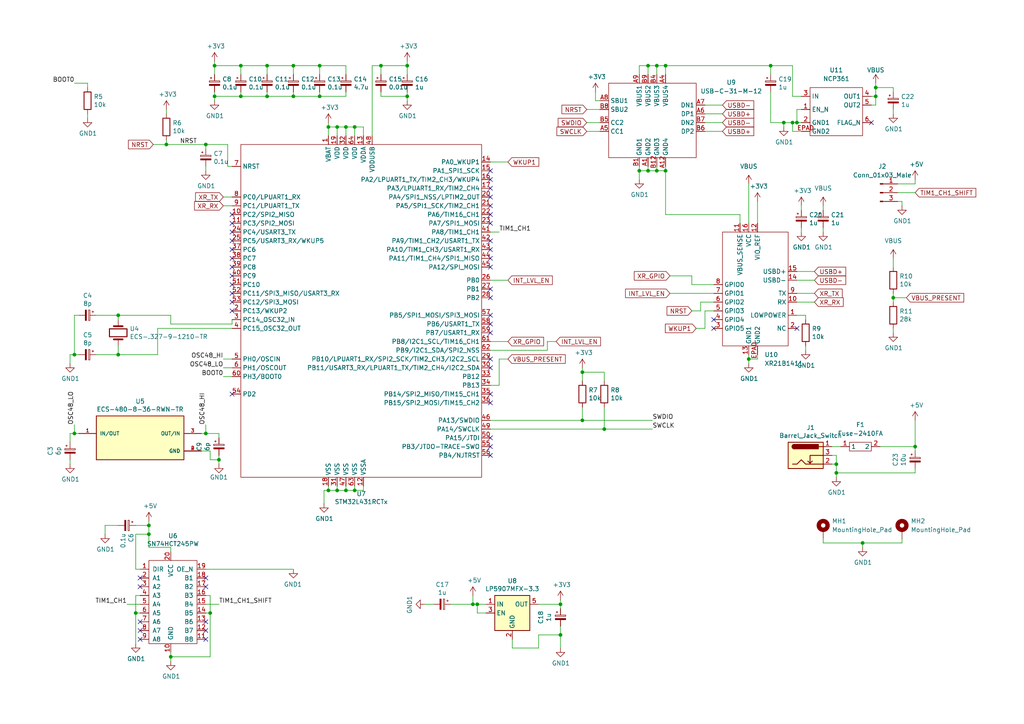
<source format=kicad_sch>
(kicad_sch (version 20230121) (generator eeschema)
  (paper "A4")
  (junction (at 63.5 133.35))
  (junction (at 21.59 102.87))
  (junction (at 48.26 41.91))
  (junction (at 175.26 124.46))
  (junction (at 254 25.4))
  (junction (at 62.23 19.05))
  (junction (at 62.23 27.94))
  (junction (at 138.43 175.26))
  (junction (at 92.71 27.94))
  (junction (at 43.18 152.4))
  (junction (at 168.91 107.95))
  (junction (at 34.29 91.44))
  (junction (at 102.87 36.83))
  (junction (at 217.17 104.14))
  (junction (at 95.25 36.83))
  (junction (at 265.43 129.54))
  (junction (at 77.47 27.94))
  (junction (at 137.16 175.26))
  (junction (at 187.96 19.05))
  (junction (at 110.49 19.05))
  (junction (at 227.33 35.56))
  (junction (at 223.52 19.05))
  (junction (at 21.59 125.73))
  (junction (at 77.47 19.05))
  (junction (at 92.71 19.05))
  (junction (at 250.19 157.48))
  (junction (at 162.56 184.15))
  (junction (at 95.25 142.24))
  (junction (at 39.37 177.8))
  (junction (at 97.79 142.24))
  (junction (at 59.69 41.91))
  (junction (at 254 27.94))
  (junction (at 97.79 36.83))
  (junction (at 190.5 49.53))
  (junction (at 242.57 134.62))
  (junction (at 85.09 27.94))
  (junction (at 100.33 142.24))
  (junction (at 102.87 142.24))
  (junction (at 242.57 137.16))
  (junction (at 59.69 125.73))
  (junction (at 69.85 19.05))
  (junction (at 185.42 49.53))
  (junction (at 69.85 27.94))
  (junction (at 118.11 19.05))
  (junction (at 43.18 154.94))
  (junction (at 118.11 27.94))
  (junction (at 193.04 19.05))
  (junction (at 168.91 121.92))
  (junction (at 49.53 190.5))
  (junction (at 259.08 86.36))
  (junction (at 231.14 35.56))
  (junction (at 100.33 36.83))
  (junction (at 60.96 177.8))
  (junction (at 190.5 19.05))
  (junction (at 193.04 49.53))
  (junction (at 162.56 175.26))
  (junction (at 34.29 102.87))
  (junction (at 187.96 49.53))
  (junction (at 229.87 35.56))
  (junction (at 85.09 19.05))
  (no_connect (at 142.24 54.61))
  (no_connect (at 59.69 167.64))
  (no_connect (at 59.69 182.88))
  (no_connect (at 142.24 132.08))
  (no_connect (at 59.69 170.18))
  (no_connect (at 142.24 96.52))
  (no_connect (at 67.31 77.47))
  (no_connect (at 142.24 116.84))
  (no_connect (at 67.31 90.17))
  (no_connect (at 67.31 85.09))
  (no_connect (at 67.31 67.31))
  (no_connect (at 142.24 59.69))
  (no_connect (at 40.64 170.18))
  (no_connect (at 142.24 86.36))
  (no_connect (at 142.24 77.47))
  (no_connect (at 67.31 74.93))
  (no_connect (at 40.64 167.64))
  (no_connect (at 142.24 57.15))
  (no_connect (at 142.24 83.82))
  (no_connect (at 59.69 185.42))
  (no_connect (at 59.69 180.34))
  (no_connect (at 142.24 106.68))
  (no_connect (at 40.64 185.42))
  (no_connect (at 142.24 104.14))
  (no_connect (at 142.24 49.53))
  (no_connect (at 40.64 182.88))
  (no_connect (at 207.01 92.71))
  (no_connect (at 67.31 72.39))
  (no_connect (at 142.24 62.23))
  (no_connect (at 142.24 64.77))
  (no_connect (at 142.24 129.54))
  (no_connect (at 207.01 95.25))
  (no_connect (at 142.24 93.98))
  (no_connect (at 231.14 95.25))
  (no_connect (at 142.24 91.44))
  (no_connect (at 142.24 74.93))
  (no_connect (at 67.31 114.3))
  (no_connect (at 142.24 72.39))
  (no_connect (at 67.31 82.55))
  (no_connect (at 252.73 35.56))
  (no_connect (at 142.24 52.07))
  (no_connect (at 142.24 127))
  (no_connect (at 67.31 87.63))
  (no_connect (at 142.24 69.85))
  (no_connect (at 67.31 64.77))
  (no_connect (at 67.31 80.01))
  (no_connect (at 40.64 180.34))
  (no_connect (at 142.24 114.3))
  (no_connect (at 67.31 62.23))
  (no_connect (at 67.31 69.85))
  (wire (pts (xy 162.56 175.26) (xy 156.21 175.26)))
  (wire (pts (xy 158.75 99.06) (xy 161.29 99.06)))
  (wire (pts (xy 49.53 191.77) (xy 49.53 190.5)))
  (wire (pts (xy 21.59 102.87) (xy 21.59 91.44)))
  (wire (pts (xy 64.77 109.22) (xy 67.31 109.22)))
  (wire (pts (xy 231.14 31.75) (xy 231.14 35.56)))
  (wire (pts (xy 97.79 140.97) (xy 97.79 142.24)))
  (wire (pts (xy 92.71 19.05) (xy 92.71 21.59)))
  (wire (pts (xy 100.33 21.59) (xy 100.33 19.05)))
  (wire (pts (xy 214.63 64.77) (xy 214.63 62.23)))
  (wire (pts (xy 168.91 110.49) (xy 168.91 107.95)))
  (wire (pts (xy 105.41 39.37) (xy 105.41 36.83)))
  (wire (pts (xy 259.08 86.36) (xy 262.89 86.36)))
  (wire (pts (xy 260.35 55.88) (xy 265.43 55.88)))
  (wire (pts (xy 138.43 177.8) (xy 138.43 175.26)))
  (wire (pts (xy 43.18 154.94) (xy 43.18 152.4)))
  (wire (pts (xy 223.52 19.05) (xy 229.87 19.05)))
  (wire (pts (xy 170.18 31.75) (xy 173.99 31.75)))
  (wire (pts (xy 43.18 152.4) (xy 39.37 152.4)))
  (wire (pts (xy 193.04 19.05) (xy 223.52 19.05)))
  (wire (pts (xy 265.43 121.92) (xy 265.43 129.54)))
  (wire (pts (xy 39.37 177.8) (xy 40.64 177.8)))
  (wire (pts (xy 187.96 21.59) (xy 187.96 19.05)))
  (wire (pts (xy 242.57 134.62) (xy 242.57 137.16)))
  (wire (pts (xy 217.17 102.87) (xy 217.17 104.14)))
  (wire (pts (xy 105.41 142.24) (xy 105.41 140.97)))
  (wire (pts (xy 110.49 19.05) (xy 118.11 19.05)))
  (wire (pts (xy 62.23 21.59) (xy 62.23 19.05)))
  (wire (pts (xy 172.72 26.67) (xy 172.72 29.21)))
  (wire (pts (xy 193.04 48.26) (xy 193.04 49.53)))
  (wire (pts (xy 48.26 40.64) (xy 48.26 41.91)))
  (wire (pts (xy 190.5 48.26) (xy 190.5 49.53)))
  (wire (pts (xy 34.29 100.33) (xy 34.29 102.87)))
  (wire (pts (xy 44.45 41.91) (xy 48.26 41.91)))
  (wire (pts (xy 43.18 154.94) (xy 39.37 154.94)))
  (wire (pts (xy 110.49 19.05) (xy 110.49 21.59)))
  (wire (pts (xy 232.41 31.75) (xy 231.14 31.75)))
  (wire (pts (xy 118.11 26.67) (xy 118.11 27.94)))
  (wire (pts (xy 67.31 48.26) (xy 66.04 48.26)))
  (wire (pts (xy 194.31 80.01) (xy 200.66 80.01)))
  (wire (pts (xy 233.68 91.44) (xy 231.14 91.44)))
  (wire (pts (xy 250.19 157.48) (xy 250.19 158.75)))
  (wire (pts (xy 252.73 27.94) (xy 254 27.94)))
  (wire (pts (xy 200.66 80.01) (xy 200.66 82.55)))
  (wire (pts (xy 69.85 27.94) (xy 77.47 27.94)))
  (wire (pts (xy 118.11 21.59) (xy 118.11 19.05)))
  (wire (pts (xy 238.76 157.48) (xy 250.19 157.48)))
  (wire (pts (xy 156.21 184.15) (xy 162.56 184.15)))
  (wire (pts (xy 187.96 48.26) (xy 187.96 49.53)))
  (wire (pts (xy 168.91 121.92) (xy 168.91 118.11)))
  (wire (pts (xy 142.24 81.28) (xy 147.32 81.28)))
  (wire (pts (xy 97.79 39.37) (xy 97.79 36.83)))
  (wire (pts (xy 93.98 146.05) (xy 93.98 142.24)))
  (wire (pts (xy 95.25 39.37) (xy 95.25 36.83)))
  (wire (pts (xy 204.47 95.25) (xy 204.47 90.17)))
  (wire (pts (xy 175.26 124.46) (xy 189.23 124.46)))
  (wire (pts (xy 232.41 66.04) (xy 232.41 67.31)))
  (wire (pts (xy 219.71 58.42) (xy 219.71 64.77)))
  (wire (pts (xy 67.31 95.25) (xy 45.72 95.25)))
  (wire (pts (xy 45.72 95.25) (xy 45.72 102.87)))
  (wire (pts (xy 48.26 33.02) (xy 48.26 31.75)))
  (wire (pts (xy 107.95 19.05) (xy 107.95 39.37)))
  (wire (pts (xy 232.41 35.56) (xy 231.14 35.56)))
  (wire (pts (xy 118.11 19.05) (xy 118.11 17.78)))
  (wire (pts (xy 63.5 134.62) (xy 63.5 133.35)))
  (wire (pts (xy 137.16 172.72) (xy 137.16 175.26)))
  (wire (pts (xy 142.24 46.99) (xy 147.32 46.99)))
  (wire (pts (xy 259.08 31.75) (xy 259.08 33.02)))
  (wire (pts (xy 144.78 104.14) (xy 147.32 104.14)))
  (wire (pts (xy 97.79 142.24) (xy 100.33 142.24)))
  (wire (pts (xy 204.47 33.02) (xy 209.55 33.02)))
  (wire (pts (xy 144.78 111.76) (xy 144.78 104.14)))
  (wire (pts (xy 203.2 87.63) (xy 207.01 87.63)))
  (wire (pts (xy 147.32 99.06) (xy 142.24 99.06)))
  (wire (pts (xy 118.11 29.21) (xy 118.11 27.94)))
  (wire (pts (xy 201.93 95.25) (xy 204.47 95.25)))
  (wire (pts (xy 229.87 27.94) (xy 232.41 27.94)))
  (wire (pts (xy 162.56 184.15) (xy 162.56 181.61)))
  (wire (pts (xy 231.14 78.74) (xy 236.22 78.74)))
  (wire (pts (xy 231.14 81.28) (xy 236.22 81.28)))
  (wire (pts (xy 97.79 36.83) (xy 95.25 36.83)))
  (wire (pts (xy 45.72 102.87) (xy 34.29 102.87)))
  (wire (pts (xy 231.14 85.09) (xy 236.22 85.09)))
  (wire (pts (xy 77.47 27.94) (xy 77.47 26.67)))
  (wire (pts (xy 49.53 91.44) (xy 49.53 93.98)))
  (wire (pts (xy 185.42 49.53) (xy 185.42 52.07)))
  (wire (pts (xy 238.76 59.69) (xy 238.76 60.96)))
  (wire (pts (xy 25.4 25.4) (xy 25.4 24.13)))
  (wire (pts (xy 223.52 19.05) (xy 223.52 21.59)))
  (wire (pts (xy 20.32 125.73) (xy 20.32 128.27)))
  (wire (pts (xy 175.26 107.95) (xy 168.91 107.95)))
  (wire (pts (xy 102.87 140.97) (xy 102.87 142.24)))
  (wire (pts (xy 229.87 38.1) (xy 229.87 35.56)))
  (wire (pts (xy 85.09 27.94) (xy 85.09 26.67)))
  (wire (pts (xy 190.5 49.53) (xy 193.04 49.53)))
  (wire (pts (xy 59.69 165.1) (xy 85.09 165.1)))
  (wire (pts (xy 214.63 62.23) (xy 193.04 62.23)))
  (wire (pts (xy 259.08 95.25) (xy 259.08 96.52)))
  (wire (pts (xy 242.57 132.08) (xy 241.3 132.08)))
  (wire (pts (xy 62.23 27.94) (xy 62.23 29.21)))
  (wire (pts (xy 21.59 24.13) (xy 25.4 24.13)))
  (wire (pts (xy 27.94 102.87) (xy 34.29 102.87)))
  (wire (pts (xy 265.43 52.07) (xy 265.43 53.34)))
  (wire (pts (xy 260.35 58.42) (xy 261.62 58.42)))
  (wire (pts (xy 242.57 137.16) (xy 242.57 138.43)))
  (wire (pts (xy 142.24 101.6) (xy 158.75 101.6)))
  (wire (pts (xy 39.37 172.72) (xy 39.37 177.8)))
  (wire (pts (xy 77.47 21.59) (xy 77.47 19.05)))
  (wire (pts (xy 217.17 104.14) (xy 217.17 105.41)))
  (wire (pts (xy 20.32 105.41) (xy 20.32 102.87)))
  (wire (pts (xy 100.33 19.05) (xy 92.71 19.05)))
  (wire (pts (xy 204.47 35.56) (xy 209.55 35.56)))
  (wire (pts (xy 158.75 101.6) (xy 158.75 99.06)))
  (wire (pts (xy 231.14 35.56) (xy 229.87 35.56)))
  (wire (pts (xy 49.53 190.5) (xy 49.53 189.23)))
  (wire (pts (xy 92.71 26.67) (xy 92.71 27.94)))
  (wire (pts (xy 64.77 104.14) (xy 67.31 104.14)))
  (wire (pts (xy 63.5 127) (xy 63.5 125.73)))
  (wire (pts (xy 241.3 129.54) (xy 243.84 129.54)))
  (wire (pts (xy 66.04 41.91) (xy 59.69 41.91)))
  (wire (pts (xy 105.41 36.83) (xy 102.87 36.83)))
  (wire (pts (xy 59.69 123.19) (xy 59.69 125.73)))
  (wire (pts (xy 59.69 43.18) (xy 59.69 41.91)))
  (wire (pts (xy 200.66 90.17) (xy 203.2 90.17)))
  (wire (pts (xy 242.57 134.62) (xy 242.57 132.08)))
  (wire (pts (xy 39.37 165.1) (xy 40.64 165.1)))
  (wire (pts (xy 39.37 154.94) (xy 39.37 165.1)))
  (wire (pts (xy 187.96 49.53) (xy 190.5 49.53)))
  (wire (pts (xy 229.87 19.05) (xy 229.87 27.94)))
  (wire (pts (xy 193.04 19.05) (xy 190.5 19.05)))
  (wire (pts (xy 194.31 85.09) (xy 207.01 85.09)))
  (wire (pts (xy 254 24.13) (xy 254 25.4)))
  (wire (pts (xy 233.68 92.71) (xy 233.68 91.44)))
  (wire (pts (xy 59.69 125.73) (xy 58.42 125.73)))
  (wire (pts (xy 100.33 142.24) (xy 102.87 142.24)))
  (wire (pts (xy 227.33 35.56) (xy 227.33 36.83)))
  (wire (pts (xy 187.96 19.05) (xy 185.42 19.05)))
  (wire (pts (xy 64.77 57.15) (xy 67.31 57.15)))
  (wire (pts (xy 60.96 190.5) (xy 60.96 177.8)))
  (wire (pts (xy 95.25 142.24) (xy 95.25 140.97)))
  (wire (pts (xy 123.19 175.26) (xy 125.73 175.26)))
  (wire (pts (xy 185.42 19.05) (xy 185.42 21.59)))
  (wire (pts (xy 102.87 142.24) (xy 105.41 142.24)))
  (wire (pts (xy 60.96 177.8) (xy 60.96 172.72)))
  (wire (pts (xy 34.29 91.44) (xy 49.53 91.44)))
  (wire (pts (xy 100.33 142.24) (xy 100.33 140.97)))
  (wire (pts (xy 204.47 38.1) (xy 209.55 38.1)))
  (wire (pts (xy 102.87 39.37) (xy 102.87 36.83)))
  (wire (pts (xy 254 25.4) (xy 259.08 25.4)))
  (wire (pts (xy 60.96 172.72) (xy 59.69 172.72)))
  (wire (pts (xy 100.33 39.37) (xy 100.33 36.83)))
  (wire (pts (xy 156.21 187.96) (xy 156.21 184.15)))
  (wire (pts (xy 60.96 133.35) (xy 63.5 133.35)))
  (wire (pts (xy 85.09 19.05) (xy 92.71 19.05)))
  (wire (pts (xy 259.08 85.09) (xy 259.08 86.36)))
  (wire (pts (xy 102.87 36.83) (xy 100.33 36.83)))
  (wire (pts (xy 238.76 66.04) (xy 238.76 67.31)))
  (wire (pts (xy 217.17 53.34) (xy 217.17 64.77)))
  (wire (pts (xy 20.32 102.87) (xy 21.59 102.87)))
  (wire (pts (xy 27.94 91.44) (xy 34.29 91.44)))
  (wire (pts (xy 21.59 125.73) (xy 20.32 125.73)))
  (wire (pts (xy 48.26 41.91) (xy 59.69 41.91)))
  (wire (pts (xy 162.56 184.15) (xy 162.56 187.96)))
  (wire (pts (xy 25.4 34.29) (xy 25.4 33.02)))
  (wire (pts (xy 185.42 48.26) (xy 185.42 49.53)))
  (wire (pts (xy 193.04 21.59) (xy 193.04 19.05)))
  (wire (pts (xy 193.04 62.23) (xy 193.04 49.53)))
  (wire (pts (xy 110.49 26.67) (xy 110.49 27.94)))
  (wire (pts (xy 21.59 123.19) (xy 21.59 125.73)))
  (wire (pts (xy 140.97 177.8) (xy 138.43 177.8)))
  (wire (pts (xy 261.62 58.42) (xy 261.62 59.69)))
  (wire (pts (xy 62.23 19.05) (xy 69.85 19.05)))
  (wire (pts (xy 217.17 104.14) (xy 219.71 104.14)))
  (wire (pts (xy 20.32 134.62) (xy 20.32 133.35)))
  (wire (pts (xy 204.47 90.17) (xy 207.01 90.17)))
  (wire (pts (xy 259.08 86.36) (xy 259.08 87.63)))
  (wire (pts (xy 95.25 36.83) (xy 95.25 35.56)))
  (wire (pts (xy 259.08 26.67) (xy 259.08 25.4)))
  (wire (pts (xy 190.5 21.59) (xy 190.5 19.05)))
  (wire (pts (xy 203.2 90.17) (xy 203.2 87.63)))
  (wire (pts (xy 162.56 175.26) (xy 162.56 173.99)))
  (wire (pts (xy 254 27.94) (xy 254 30.48)))
  (wire (pts (xy 168.91 106.68) (xy 168.91 107.95)))
  (wire (pts (xy 39.37 172.72) (xy 40.64 172.72)))
  (wire (pts (xy 36.83 175.26) (xy 40.64 175.26)))
  (wire (pts (xy 21.59 102.87) (xy 22.86 102.87)))
  (wire (pts (xy 190.5 19.05) (xy 187.96 19.05)))
  (wire (pts (xy 238.76 157.48) (xy 238.76 156.21)))
  (wire (pts (xy 43.18 151.13) (xy 43.18 152.4)))
  (wire (pts (xy 30.48 154.94) (xy 30.48 152.4)))
  (wire (pts (xy 66.04 48.26) (xy 66.04 41.91)))
  (wire (pts (xy 22.86 125.73) (xy 21.59 125.73)))
  (wire (pts (xy 219.71 104.14) (xy 219.71 102.87)))
  (wire (pts (xy 62.23 27.94) (xy 69.85 27.94)))
  (wire (pts (xy 255.27 129.54) (xy 265.43 129.54)))
  (wire (pts (xy 60.96 130.81) (xy 60.96 133.35)))
  (wire (pts (xy 34.29 92.71) (xy 34.29 91.44)))
  (wire (pts (xy 69.85 19.05) (xy 77.47 19.05)))
  (wire (pts (xy 242.57 137.16) (xy 265.43 137.16)))
  (wire (pts (xy 34.29 152.4) (xy 30.48 152.4)))
  (wire (pts (xy 21.59 91.44) (xy 22.86 91.44)))
  (wire (pts (xy 85.09 21.59) (xy 85.09 19.05)))
  (wire (pts (xy 265.43 129.54) (xy 265.43 130.81)))
  (wire (pts (xy 137.16 175.26) (xy 130.81 175.26)))
  (wire (pts (xy 64.77 59.69) (xy 67.31 59.69)))
  (wire (pts (xy 59.69 175.26) (xy 63.5 175.26)))
  (wire (pts (xy 93.98 142.24) (xy 95.25 142.24)))
  (wire (pts (xy 69.85 21.59) (xy 69.85 19.05)))
  (wire (pts (xy 142.24 121.92) (xy 168.91 121.92)))
  (wire (pts (xy 77.47 19.05) (xy 85.09 19.05)))
  (wire (pts (xy 173.99 29.21) (xy 172.72 29.21)))
  (wire (pts (xy 63.5 125.73) (xy 59.69 125.73)))
  (wire (pts (xy 142.24 124.46) (xy 175.26 124.46)))
  (wire (pts (xy 148.59 185.42) (xy 148.59 187.96)))
  (wire (pts (xy 100.33 36.83) (xy 97.79 36.83)))
  (wire (pts (xy 59.69 49.53) (xy 59.69 48.26)))
  (wire (pts (xy 185.42 49.53) (xy 187.96 49.53)))
  (wire (pts (xy 259.08 74.93) (xy 259.08 77.47)))
  (wire (pts (xy 62.23 26.67) (xy 62.23 27.94)))
  (wire (pts (xy 162.56 176.53) (xy 162.56 175.26)))
  (wire (pts (xy 261.62 157.48) (xy 250.19 157.48)))
  (wire (pts (xy 261.62 156.21) (xy 261.62 157.48)))
  (wire (pts (xy 138.43 175.26) (xy 137.16 175.26)))
  (wire (pts (xy 254 25.4) (xy 254 27.94)))
  (wire (pts (xy 233.68 100.33) (xy 233.68 101.6)))
  (wire (pts (xy 204.47 30.48) (xy 209.55 30.48)))
  (wire (pts (xy 231.14 87.63) (xy 236.22 87.63)))
  (wire (pts (xy 241.3 134.62) (xy 242.57 134.62)))
  (wire (pts (xy 77.47 27.94) (xy 85.09 27.94)))
  (wire (pts (xy 62.23 19.05) (xy 62.23 17.78)))
  (wire (pts (xy 49.53 160.02) (xy 49.53 158.75)))
  (wire (pts (xy 170.18 38.1) (xy 173.99 38.1)))
  (wire (pts (xy 58.42 130.81) (xy 60.96 130.81)))
  (wire (pts (xy 49.53 158.75) (xy 43.18 158.75)))
  (wire (pts (xy 175.26 118.11) (xy 175.26 124.46)))
  (wire (pts (xy 49.53 93.98) (xy 67.31 93.98)))
  (wire (pts (xy 223.52 26.67) (xy 223.52 35.56)))
  (wire (pts (xy 168.91 121.92) (xy 189.23 121.92)))
  (wire (pts (xy 148.59 187.96) (xy 156.21 187.96)))
  (wire (pts (xy 63.5 133.35) (xy 63.5 132.08)))
  (wire (pts (xy 43.18 158.75) (xy 43.18 154.94)))
  (wire (pts (xy 118.11 27.94) (xy 110.49 27.94)))
  (wire (pts (xy 107.95 19.05) (xy 110.49 19.05)))
  (wire (pts (xy 260.35 53.34) (xy 265.43 53.34)))
  (wire (pts (xy 95.25 142.24) (xy 97.79 142.24)))
  (wire (pts (xy 67.31 93.98) (xy 67.31 92.71)))
  (wire (pts (xy 100.33 26.67) (xy 100.33 27.94)))
  (wire (pts (xy 69.85 27.94) (xy 69.85 26.67)))
  (wire (pts (xy 140.97 175.26) (xy 138.43 175.26)))
  (wire (pts (xy 232.41 38.1) (xy 229.87 38.1)))
  (wire (pts (xy 59.69 177.8) (xy 60.96 177.8)))
  (wire (pts (xy 265.43 137.16) (xy 265.43 135.89)))
  (wire (pts (xy 92.71 27.94) (xy 100.33 27.94)))
  (wire (pts (xy 49.53 190.5) (xy 60.96 190.5)))
  (wire (pts (xy 232.41 59.69) (xy 232.41 60.96)))
  (wire (pts (xy 142.24 111.76) (xy 144.78 111.76)))
  (wire (pts (xy 170.18 35.56) (xy 173.99 35.56)))
  (wire (pts (xy 144.78 67.31) (xy 142.24 67.31)))
  (wire (pts (xy 64.77 106.68) (xy 67.31 106.68)))
  (wire (pts (xy 175.26 110.49) (xy 175.26 107.95)))
  (wire (pts (xy 254 30.48) (xy 252.73 30.48)))
  (wire (pts (xy 223.52 35.56) (xy 227.33 35.56)))
  (wire (pts (xy 200.66 82.55) (xy 207.01 82.55)))
  (wire (pts (xy 92.71 27.94) (xy 85.09 27.94)))
  (wire (pts (xy 39.37 177.8) (xy 39.37 186.69)))
  (wire (pts (xy 229.87 35.56) (xy 227.33 35.56)))
  (label "NRST" (at 57.15 41.91 180))
  (label "OSC48_LO" (at 21.59 123.19 90))
  (label "OSC48_HI" (at 59.69 123.19 90))
  (label "TIM1_CH1" (at 144.78 67.31 0))
  (label "SWDIO" (at 189.23 121.92 0))
  (label "SWCLK" (at 189.23 124.46 0))
  (label "BOOT0" (at 21.59 24.13 180))
  (label "OSC48_HI" (at 64.77 104.14 180))
  (label "TIM1_CH1_SHIFT" (at 63.5 175.26 0))
  (label "BOOT0" (at 64.77 109.22 180))
  (label "OSC48_LO" (at 64.77 106.68 180))
  (label "TIM1_CH1" (at 36.83 175.26 180))
  (global_label "TIM1_CH1_SHIFT" (shape input) (at 265.43 55.88 0) (property "Intersheetrefs" "${INTERSHEET_REFS}" (effects hide)))
  (global_label "SWDIO" (shape input) (at 170.18 35.56 180) (property "Intersheetrefs" "${INTERSHEET_REFS}" (effects hide)))
  (global_label "INT_LVL_EN" (shape input) (at 194.31 85.09 180) (property "Intersheetrefs" "${INTERSHEET_REFS}" (effects hide)))
  (global_label "USBD-" (shape input) (at 236.22 81.28 0) (property "Intersheetrefs" "${INTERSHEET_REFS}" (effects hide)))
  (global_label "USBD-" (shape input) (at 209.55 30.48 0) (property "Intersheetrefs" "${INTERSHEET_REFS}" (effects hide)))
  (global_label "NRST" (shape input) (at 170.18 31.75 180) (property "Intersheetrefs" "${INTERSHEET_REFS}" (effects hide)))
  (global_label "XR_TX" (shape input) (at 64.77 57.15 180) (property "Intersheetrefs" "${INTERSHEET_REFS}" (effects hide)))
  (global_label "XR_GPIO" (shape input) (at 147.32 99.06 0) (property "Intersheetrefs" "${INTERSHEET_REFS}" (effects hide)))
  (global_label "XR_RX" (shape input) (at 64.77 59.69 180) (property "Intersheetrefs" "${INTERSHEET_REFS}" (effects hide)))
  (global_label "XR_GPIO" (shape input) (at 194.31 80.01 180) (property "Intersheetrefs" "${INTERSHEET_REFS}" (effects hide)))
  (global_label "WKUP1" (shape input) (at 147.32 46.99 0) (property "Intersheetrefs" "${INTERSHEET_REFS}" (effects hide)))
  (global_label "NRST" (shape input) (at 200.66 90.17 180) (property "Intersheetrefs" "${INTERSHEET_REFS}" (effects hide)))
  (global_label "VBUS_PRESENT" (shape input) (at 147.32 104.14 0) (property "Intersheetrefs" "${INTERSHEET_REFS}" (effects hide)))
  (global_label "USBD+" (shape input) (at 209.55 33.02 0) (property "Intersheetrefs" "${INTERSHEET_REFS}" (effects hide)))
  (global_label "NRST" (shape input) (at 44.45 41.91 180) (property "Intersheetrefs" "${INTERSHEET_REFS}" (effects hide)))
  (global_label "XR_RX" (shape input) (at 236.22 87.63 0) (property "Intersheetrefs" "${INTERSHEET_REFS}" (effects hide)))
  (global_label "USBD+" (shape input) (at 236.22 78.74 0) (property "Intersheetrefs" "${INTERSHEET_REFS}" (effects hide)))
  (global_label "WKUP1" (shape input) (at 201.93 95.25 180) (property "Intersheetrefs" "${INTERSHEET_REFS}" (effects hide)))
  (global_label "USBD+" (shape input) (at 209.55 38.1 0) (property "Intersheetrefs" "${INTERSHEET_REFS}" (effects hide)))
  (global_label "SWCLK" (shape input) (at 170.18 38.1 180) (property "Intersheetrefs" "${INTERSHEET_REFS}" (effects hide)))
  (global_label "VBUS_PRESENT" (shape input) (at 262.89 86.36 0) (property "Intersheetrefs" "${INTERSHEET_REFS}" (effects hide)))
  (global_label "USBD-" (shape input) (at 209.55 35.56 0) (property "Intersheetrefs" "${INTERSHEET_REFS}" (effects hide)))
  (global_label "XR_TX" (shape input) (at 236.22 85.09 0) (property "Intersheetrefs" "${INTERSHEET_REFS}" (effects hide)))
  (global_label "INT_LVL_EN" (shape input) (at 147.32 81.28 0) (property "Intersheetrefs" "${INTERSHEET_REFS}" (effects hide)))
  (global_label "INT_LVL_EN" (shape input) (at 161.29 99.06 0) (property "Intersheetrefs" "${INTERSHEET_REFS}" (effects hide)))
  (symbol (lib_id "power:GND1") (at 185.42 52.07 0) (unit 1)
    (property "Reference" "#PWR0141" (effects hide))
    (property "Value" "GND1" (at 185.547 56.4642 0))
  )
  (symbol (lib_id "power:+5V") (at 265.43 121.92 0) (unit 1)
    (property "Reference" "#PWR0148" (effects hide))
    (property "Value" "+5V" (at 265.811 117.5258 0))
  )
  (symbol (lib_id "spudglo_driver_v3p1-rescue:ECS-480-8-36-RWN-TR-ECS-480-8-36-RWN-TR") (at 40.64 128.27 0) (unit 1)
    (property "Reference" "U5" (at 40.64 116.4082 0))
    (property "Value" "ECS-480-8-36-RWN-TR" (at 40.64 118.7196 0))
    (property "Footprint" "srw_custom:XTAL_ECS-480-8-36-RWN-TR" (effects hide))
    (property "MF" "ECS INC" (effects hide))
    (property "DESCRIPTION" "The minature ECX-2236 is a compact SMD Crystal. The industry standard 2.5 x 2.0 x 0.55 mm ceramic package is ideal for today’s SMD manufacturing environment." (effects hide))
    (property "STANDARD" "Manufacturer Recommendation" (effects hide))
    (property "MP" "ECX-2236" (effects hide))
    (property "PACKAGE" "SMD-4 ECX" (effects hide))
    (property "AVAILABILITY" "Good" (effects hide))
    (property "PARTREV" "2017" (effects hide))
  )
  (symbol (lib_id "power:GND1") (at 49.53 191.77 0) (unit 1)
    (property "Reference" "#PWR0123" (effects hide))
    (property "Value" "GND1" (at 49.657 196.1642 0))
  )
  (symbol (lib_id "spudglo_driver_v3p1-rescue:CP_Small-Device") (at 25.4 91.44 270) (unit 1)
    (property "Reference" "C4" (at 25.4 85.725 90))
    (property "Value" "8p" (at 25.4 88.0364 90))
    (property "Footprint" "Capacitor_SMD:C_0201_0603Metric_Pad0.64x0.40mm_HandSolder" (effects hide))
  )
  (symbol (lib_id "power:VBUS") (at 259.08 74.93 0) (unit 1)
    (property "Reference" "#PWR0135" (effects hide))
    (property "Value" "VBUS" (at 259.08 69.85 0))
  )
  (symbol (lib_id "spudglo_driver_v3p1-rescue:+3.3V-power") (at 219.71 58.42 0) (unit 1)
    (property "Reference" "#PWR0139" (effects hide))
    (property "Value" "+3.3V" (at 220.091 54.0258 0))
  )
  (symbol (lib_id "power:GND1") (at 242.57 138.43 0) (unit 1)
    (property "Reference" "#PWR0150" (effects hide))
    (property "Value" "GND1" (at 242.697 142.8242 0))
  )
  (symbol (lib_id "Connector:Conn_01x03_Male") (at 255.27 55.88 0) (unit 1)
    (property "Reference" "J2" (at 255.905 48.26 0))
    (property "Value" "Conn_01x03_Male" (at 255.905 50.8 0))
    (property "Footprint" "srw_custom:1984620" (effects hide))
  )
  (symbol (lib_id "power:GND1") (at 162.56 187.96 0) (unit 1)
    (property "Reference" "#PWR0124" (effects hide))
    (property "Value" "GND1" (at 162.687 192.3542 0))
  )
  (symbol (lib_id "power:GND1") (at 20.32 105.41 0) (unit 1)
    (property "Reference" "#PWR0120" (effects hide))
    (property "Value" "GND1" (at 20.447 109.8042 0))
  )
  (symbol (lib_id "power:GND1") (at 93.98 146.05 0) (unit 1)
    (property "Reference" "#PWR0127" (effects hide))
    (property "Value" "GND1" (at 94.107 150.4442 0))
  )
  (symbol (lib_id "spudglo_driver_v3p1-rescue:CP_Small-Device") (at 92.71 24.13 0) (unit 1)
    (property "Reference" "C13" (at 94.9452 22.9616 0) (effects (justify left)))
    (property "Value" "0.1u" (at 94.9452 25.273 0) (effects (justify left)))
    (property "Footprint" "Capacitor_SMD:C_0201_0603Metric_Pad0.64x0.40mm_HandSolder" (effects hide))
  )
  (symbol (lib_id "spudglo_driver_v3p1-rescue:+3.3V-power") (at 48.26 31.75 0) (unit 1)
    (property "Reference" "#PWR0116" (effects hide))
    (property "Value" "+3.3V" (at 48.641 27.3558 0))
  )
  (symbol (lib_id "power:GND1") (at 62.23 29.21 0) (unit 1)
    (property "Reference" "#PWR0113" (effects hide))
    (property "Value" "GND1" (at 62.357 33.6042 0))
  )
  (symbol (lib_id "power:GND1") (at 85.09 165.1 0) (mirror y) (unit 1)
    (property "Reference" "#PWR0128" (effects hide))
    (property "Value" "GND1" (at 84.963 169.4942 0))
  )
  (symbol (lib_name "NCP361_1") (lib_id "srw_custom:NCP361") (at 234.95 25.4 0) (unit 1)
    (property "Reference" "U11" (at 242.57 20.32 0))
    (property "Value" "NCP361" (at 242.57 22.86 0))
    (property "Footprint" "srw_custom:NCP361" (effects hide))
  )
  (symbol (lib_name "XR21B1411_1") (lib_id "srw_custom:XR21B1411") (at 209.55 67.31 0) (unit 1)
    (property "Reference" "U10" (at 221.7294 102.87 0) (effects (justify left)))
    (property "Value" "XR21B1411" (at 221.7294 105.41 0) (effects (justify left)))
    (property "Footprint" "srw_custom:XR21B1411" (effects hide))
  )
  (symbol (lib_id "spudglo_driver_v3p1-rescue:CP_Small-Device") (at 100.33 24.13 0) (unit 1)
    (property "Reference" "C14" (at 102.5652 22.9616 0) (effects (justify left)))
    (property "Value" "4.7u" (at 102.5652 25.273 0) (effects (justify left)))
    (property "Footprint" "Capacitor_SMD:C_0201_0603Metric_Pad0.64x0.40mm_HandSolder" (effects hide))
  )
  (symbol (lib_id "spudglo_driver_v3p1-rescue:CP_Small-Device") (at 223.52 24.13 0) (unit 1)
    (property "Reference" "C19" (at 225.7552 22.9616 0) (effects (justify left)))
    (property "Value" "1u" (at 225.7552 25.273 0) (effects (justify left)))
    (property "Footprint" "Capacitor_SMD:C_0402_1005Metric_Pad0.74x0.62mm_HandSolder" (effects hide))
  )
  (symbol (lib_id "power:+5V") (at 265.43 52.07 0) (unit 1)
    (property "Reference" "#PWR0147" (effects hide))
    (property "Value" "+5V" (at 265.811 47.6758 0))
  )
  (symbol (lib_id "power:GND1") (at 118.11 29.21 0) (unit 1)
    (property "Reference" "#PWR0118" (effects hide))
    (property "Value" "GND1" (at 118.237 33.6042 0))
  )
  (symbol (lib_id "power:GND1") (at 63.5 134.62 0) (unit 1)
    (property "Reference" "#PWR0131" (effects hide))
    (property "Value" "GND1" (at 63.5 138.43 0))
  )
  (symbol (lib_id "power:+5V") (at 137.16 172.72 0) (unit 1)
    (property "Reference" "#PWR0122" (effects hide))
    (property "Value" "+5V" (at 137.541 168.3258 0))
  )
  (symbol (lib_id "Device:R") (at 233.68 96.52 0) (unit 1)
    (property "Reference" "R9" (at 235.458 95.3516 0) (effects (justify left)))
    (property "Value" "10k" (at 235.458 97.663 0) (effects (justify left)))
    (property "Footprint" "Resistor_SMD:R_0201_0603Metric_Pad0.64x0.40mm_HandSolder" (effects hide))
  )
  (symbol (lib_id "Regulator_Linear:LP5907MFX-3.3") (at 148.59 177.8 0) (unit 1)
    (property "Reference" "U8" (at 148.59 168.4782 0))
    (property "Value" "LP5907MFX-3.3" (at 148.59 170.7896 0))
    (property "Footprint" "Package_TO_SOT_SMD:SOT-23-5" (effects hide))
    (property "Datasheet" "http://www.ti.com/lit/ds/symlink/lp5907.pdf" (effects hide))
  )
  (symbol (lib_id "spudglo_driver_v3p1-rescue:SN74HCT245PW-srw_custom") (at 43.18 162.56 0) (unit 1)
    (property "Reference" "U6" (at 50.165 155.4226 0))
    (property "Value" "SN74HCT245PW" (at 50.165 157.734 0))
    (property "Footprint" "Package_SO:TSSOP-20_4.4x6.5mm_P0.65mm" (effects hide))
  )
  (symbol (lib_id "spudglo_driver_v3p1-rescue:+3.3V-power") (at 62.23 17.78 0) (unit 1)
    (property "Reference" "#PWR0114" (effects hide))
    (property "Value" "+3.3V" (at 62.611 13.3858 0))
  )
  (symbol (lib_id "power:GND1") (at 250.19 158.75 0) (unit 1)
    (property "Reference" "#PWR0149" (effects hide))
    (property "Value" "GND1" (at 250.317 163.1442 0))
  )
  (symbol (lib_id "power:GND1") (at 232.41 67.31 0) (unit 1)
    (property "Reference" "#PWR0134" (effects hide))
    (property "Value" "GND1" (at 232.537 71.7042 0))
  )
  (symbol (lib_id "spudglo_driver_v3p1-rescue:CP_Small-Device") (at 85.09 24.13 0) (unit 1)
    (property "Reference" "C12" (at 87.3252 22.9616 0) (effects (justify left)))
    (property "Value" "0.1u" (at 87.3252 25.273 0) (effects (justify left)))
    (property "Footprint" "Capacitor_SMD:C_0201_0603Metric_Pad0.64x0.40mm_HandSolder" (effects hide))
  )
  (symbol (lib_id "power:GND1") (at 39.37 186.69 0) (unit 1)
    (property "Reference" "#PWR0111" (effects hide))
    (property "Value" "GND1" (at 39.497 191.0842 0))
  )
  (symbol (lib_id "power:GND1") (at 25.4 34.29 0) (unit 1)
    (property "Reference" "#PWR0117" (effects hide))
    (property "Value" "GND1" (at 25.527 38.6842 0))
  )
  (symbol (lib_id "spudglo_driver_v3p1-rescue:CP_Small-Device") (at 265.43 133.35 0) (unit 1)
    (property "Reference" "C23" (at 259.715 133.35 90))
    (property "Value" "10u" (at 262.0264 133.35 90))
    (property "Footprint" "Capacitor_SMD:C_0402_1005Metric_Pad0.74x0.62mm_HandSolder" (effects hide))
  )
  (symbol (lib_id "spudglo_driver_v3p1-rescue:CP_Small-Device") (at 77.47 24.13 0) (unit 1)
    (property "Reference" "C11" (at 79.7052 22.9616 0) (effects (justify left)))
    (property "Value" "0.1u" (at 79.7052 25.273 0) (effects (justify left)))
    (property "Footprint" "Capacitor_SMD:C_0201_0603Metric_Pad0.64x0.40mm_HandSolder" (effects hide))
  )
  (symbol (lib_id "spudglo_driver_v3p1-rescue:+3.3V-power") (at 118.11 17.78 0) (unit 1)
    (property "Reference" "#PWR0119" (effects hide))
    (property "Value" "+3.3V" (at 118.491 13.3858 0))
  )
  (symbol (lib_id "power:GND1") (at 30.48 154.94 0) (unit 1)
    (property "Reference" "#PWR0130" (effects hide))
    (property "Value" "GND1" (at 30.607 159.3342 0))
  )
  (symbol (lib_id "Device:R") (at 259.08 81.28 0) (unit 1)
    (property "Reference" "R10" (at 260.858 80.1116 0) (effects (justify left)))
    (property "Value" "10k" (at 260.858 82.423 0) (effects (justify left)))
    (property "Footprint" "Resistor_SMD:R_0201_0603Metric_Pad0.64x0.40mm_HandSolder" (effects hide))
  )
  (symbol (lib_id "power:GND1") (at 123.19 175.26 270) (unit 1)
    (property "Reference" "#PWR0126" (effects hide))
    (property "Value" "GND1" (at 118.7958 175.387 0))
  )
  (symbol (lib_id "spudglo_driver_v3p1-rescue:+3.3V-power") (at 95.25 35.56 0) (unit 1)
    (property "Reference" "#PWR0112" (effects hide))
    (property "Value" "+3.3V" (at 95.631 31.1658 0))
  )
  (symbol (lib_id "power:VBUS") (at 217.17 53.34 0) (unit 1)
    (property "Reference" "#PWR0140" (effects hide))
    (property "Value" "VBUS" (at 217.17 48.26 0))
  )
  (symbol (lib_id "power:GND1") (at 227.33 36.83 0) (unit 1)
    (property "Reference" "#PWR0146" (effects hide))
    (property "Value" "GND1" (at 227.457 41.2242 0))
  )
  (symbol (lib_id "srw_custom:USB-C-31-M-12") (at 176.53 24.13 0) (unit 1)
    (property "Reference" "U9" (at 212.09 23.9012 0))
    (property "Value" "USB-C-31-M-12" (at 212.09 26.4412 0))
    (property "Footprint" "Connector_USB:USB_C_Receptacle_HRO_TYPE-C-31-M-12" (effects hide))
  )
  (symbol (lib_id "Device:Crystal") (at 34.29 96.52 270) (unit 1)
    (property "Reference" "U4" (at 37.6174 95.3516 90) (effects (justify left)))
    (property "Value" "ECS-.327-9-1210-TR" (at 37.6174 97.663 90) (effects (justify left)))
    (property "Footprint" "srw_custom:XTAL_ECS-.327-9-1210-TR" (effects hide))
  )
  (symbol (lib_id "spudglo_driver_v3p1-rescue:+3.3V-power") (at 168.91 106.68 0) (unit 1)
    (property "Reference" "#PWR0152" (effects hide))
    (property "Value" "+3.3V" (at 169.291 102.2858 0))
  )
  (symbol (lib_id "Device:R") (at 168.91 114.3 0) (unit 1)
    (property "Reference" "R7" (at 170.688 113.1316 0) (effects (justify left)))
    (property "Value" "10k" (at 170.688 115.443 0) (effects (justify left)))
    (property "Footprint" "Resistor_SMD:R_0201_0603Metric_Pad0.64x0.40mm_HandSolder" (effects hide))
  )
  (symbol (lib_id "spudglo_driver_v3p1-rescue:CP_Small-Device") (at 62.23 24.13 0) (unit 1)
    (property "Reference" "C8" (at 64.4652 22.9616 0) (effects (justify left)))
    (property "Value" "0.1u" (at 64.4652 25.273 0) (effects (justify left)))
    (property "Footprint" "Capacitor_SMD:C_0201_0603Metric_Pad0.64x0.40mm_HandSolder" (effects hide))
  )
  (symbol (lib_id "power:GND1") (at 259.08 96.52 0) (unit 1)
    (property "Reference" "#PWR0137" (effects hide))
    (property "Value" "GND1" (at 259.207 100.9142 0))
  )
  (symbol (lib_id "Device:R") (at 48.26 36.83 0) (unit 1)
    (property "Reference" "R6" (at 50.038 35.6616 0) (effects (justify left)))
    (property "Value" "10k" (at 50.038 37.973 0) (effects (justify left)))
    (property "Footprint" "Resistor_SMD:R_0201_0603Metric_Pad0.64x0.40mm_HandSolder" (effects hide))
  )
  (symbol (lib_id "power:GND1") (at 261.62 59.69 0) (unit 1)
    (property "Reference" "#PWR0136" (effects hide))
    (property "Value" "GND1" (at 261.747 64.0842 0))
  )
  (symbol (lib_id "power:VBUS") (at 238.76 59.69 0) (unit 1)
    (property "Reference" "#PWR0143" (effects hide))
    (property "Value" "VBUS" (at 238.76 54.61 0))
  )
  (symbol (lib_id "spudglo_driver_v3p1-rescue:+3.3V-power") (at 232.41 59.69 0) (unit 1)
    (property "Reference" "#PWR0142" (effects hide))
    (property "Value" "+3.3V" (at 232.791 55.2958 0))
  )
  (symbol (lib_id "spudglo_driver_v3p1-rescue:CP_Small-Device") (at 110.49 24.13 0) (unit 1)
    (property "Reference" "C15" (at 112.7252 22.9616 0) (effects (justify left)))
    (property "Value" "0.01u" (at 112.7252 25.273 0) (effects (justify left)))
    (property "Footprint" "Capacitor_SMD:C_0201_0603Metric_Pad0.64x0.40mm_HandSolder" (effects hide))
  )
  (symbol (lib_id "spudglo_driver_v3p1-rescue:CP_Small-Device") (at 63.5 129.54 0) (unit 1)
    (property "Reference" "C9" (at 57.785 129.54 90))
    (property "Value" "6p" (at 60.0964 129.54 90))
    (property "Footprint" "Capacitor_SMD:C_0201_0603Metric_Pad0.64x0.40mm_HandSolder" (effects hide))
  )
  (symbol (lib_id "spudglo_driver_v3p1-rescue:CP_Small-Device") (at 162.56 179.07 0) (unit 1)
    (property "Reference" "C18" (at 156.845 179.07 90))
    (property "Value" "1u" (at 159.1564 179.07 90))
    (property "Footprint" "Capacitor_SMD:C_0402_1005Metric_Pad0.74x0.62mm_HandSolder" (effects hide))
  )
  (symbol (lib_id "power:VBUS") (at 254 24.13 0) (unit 1)
    (property "Reference" "#PWR0145" (effects hide))
    (property "Value" "VBUS" (at 254 20.32 0))
  )
  (symbol (lib_id "Device:R") (at 175.26 114.3 0) (unit 1)
    (property "Reference" "R8" (at 177.038 113.1316 0) (effects (justify left)))
    (property "Value" "10k" (at 177.038 115.443 0) (effects (justify left)))
    (property "Footprint" "Resistor_SMD:R_0201_0603Metric_Pad0.64x0.40mm_HandSolder" (effects hide))
  )
  (symbol (lib_id "srw_custom:Fuse-2410FA") (at 246.38 125.73 0) (unit 1)
    (property "Reference" "F1" (at 249.555 123.19 0))
    (property "Value" "Fuse-2410FA" (at 249.555 125.73 0))
    (property "Footprint" "srw_custom:2410FA" (effects hide))
  )
  (symbol (lib_id "spudglo_driver_v3p1-rescue:STM32L431RCTx-MCU_ST_STM32L4") (at 78.74 68.58 0) (unit 1)
    (property "Reference" "U7" (at 104.775 143.2306 0))
    (property "Value" "STM32L431RCTx" (at 104.775 145.542 0))
    (property "Footprint" "Package_QFP:LQFP-64_10x10mm_P0.5mm" (effects hide))
    (property "Datasheet" "http://www.st.com/st-web-ui/static/active/en/resource/technical/document/datasheet/DM00257211.pdf" (effects hide))
  )
  (symbol (lib_id "power:GND1") (at 20.32 134.62 0) (unit 1)
    (property "Reference" "#PWR0121" (effects hide))
    (property "Value" "GND1" (at 20.447 139.0142 0))
  )
  (symbol (lib_id "power:GND1") (at 259.08 33.02 0) (unit 1)
    (property "Reference" "#PWR0144" (effects hide))
    (property "Value" "GND1" (at 259.207 37.4142 0))
  )
  (symbol (lib_id "spudglo_driver_v3p1-rescue:CP_Small-Device") (at 128.27 175.26 270) (unit 1)
    (property "Reference" "C17" (at 128.27 169.545 90))
    (property "Value" "1u" (at 128.27 171.8564 90))
    (property "Footprint" "Capacitor_SMD:C_0402_1005Metric_Pad0.74x0.62mm_HandSolder" (effects hide))
  )
  (symbol (lib_id "power:GND1") (at 59.69 49.53 0) (unit 1)
    (property "Reference" "#PWR0115" (effects hide))
    (property "Value" "GND1" (at 59.817 53.9242 0))
  )
  (symbol (lib_id "spudglo_driver_v3p1-rescue:CP_Small-Device") (at 259.08 29.21 0) (unit 1)
    (property "Reference" "C22" (at 261.3152 28.0416 0) (effects (justify left)))
    (property "Value" "1u" (at 261.3152 30.353 0) (effects (justify left)))
    (property "Footprint" "Capacitor_SMD:C_0402_1005Metric_Pad0.74x0.62mm_HandSolder" (effects hide))
  )
  (symbol (lib_id "Device:R") (at 259.08 91.44 0) (unit 1)
    (property "Reference" "R11" (at 260.858 90.2716 0) (effects (justify left)))
    (property "Value" "28k" (at 260.858 92.583 0) (effects (justify left)))
    (property "Footprint" "Resistor_SMD:R_0201_0603Metric_Pad0.64x0.40mm_HandSolder" (effects hide))
  )
  (symbol (lib_id "spudglo_driver_v3p1-rescue:CP_Small-Device") (at 69.85 24.13 0) (unit 1)
    (property "Reference" "C10" (at 72.0852 22.9616 0) (effects (justify left)))
    (property "Value" "0.1u" (at 72.0852 25.273 0) (effects (justify left)))
    (property "Footprint" "Capacitor_SMD:C_0201_0603Metric_Pad0.64x0.40mm_HandSolder" (effects hide))
  )
  (symbol (lib_id "Mechanical:MountingHole_Pad") (at 261.62 153.67 0) (unit 1)
    (property "Reference" "MH2" (at 264.16 151.1299 0) (effects (justify left)))
    (property "Value" "MountingHole_Pad" (at 264.16 153.6699 0) (effects (justify left)))
    (property "Footprint" "MountingHole:MountingHole_2.1mm" (effects hide))
  )
  (symbol (lib_id "spudglo_driver_v3p1-rescue:CP_Small-Device") (at 25.4 102.87 270) (unit 1)
    (property "Reference" "C5" (at 25.4 97.155 90))
    (property "Value" "8p" (at 25.4 99.4664 90))
    (property "Footprint" "Capacitor_SMD:C_0201_0603Metric_Pad0.64x0.40mm_HandSolder" (effects hide))
  )
  (symbol (lib_id "spudglo_driver_v3p1-rescue:+3.3V-power") (at 172.72 26.67 0) (unit 1)
    (property "Reference" "#PWR0138" (effects hide))
    (property "Value" "+3.3V" (at 173.101 22.2758 0))
  )
  (symbol (lib_id "Mechanical:MountingHole_Pad") (at 238.76 153.67 0) (unit 1)
    (property "Reference" "MH1" (at 241.3 151.1299 0) (effects (justify left)))
    (property "Value" "MountingHole_Pad" (at 241.3 153.6699 0) (effects (justify left)))
    (property "Footprint" "MountingHole:MountingHole_2.2mm_M2" (effects hide))
  )
  (symbol (lib_id "spudglo_driver_v3p1-rescue:CP_Small-Device") (at 36.83 152.4 270) (unit 1)
    (property "Reference" "C6" (at 37.9984 154.6352 0) (effects (justify left)))
    (property "Value" "0.1u" (at 35.687 154.6352 0) (effects (justify left)))
    (property "Footprint" "Capacitor_SMD:C_0402_1005Metric_Pad0.74x0.62mm_HandSolder" (effects hide))
  )
  (symbol (lib_id "power:GND1") (at 233.68 101.6 0) (unit 1)
    (property "Reference" "#PWR0132" (effects hide))
    (property "Value" "GND1" (at 233.807 105.9942 0))
  )
  (symbol (lib_id "spudglo_driver_v3p1-rescue:+3.3V-power") (at 162.56 173.99 0) (unit 1)
    (property "Reference" "#PWR0125" (effects hide))
    (property "Value" "+3.3V" (at 162.941 169.5958 0))
  )
  (symbol (lib_id "Connector:Barrel_Jack_Switch") (at 233.68 132.08 0) (unit 1)
    (property "Reference" "J1" (at 235.1278 124.0282 0))
    (property "Value" "Barrel_Jack_Switch" (at 235.1278 126.3396 0))
    (property "Footprint" "Connector_BarrelJack:BarrelJack_Wuerth_6941xx301002" (effects hide))
  )
  (symbol (lib_id "power:GND1") (at 238.76 67.31 0) (unit 1)
    (property "Reference" "#PWR0133" (effects hide))
    (property "Value" "GND1" (at 238.887 71.7042 0))
  )
  (symbol (lib_id "power:GND1") (at 217.17 105.41 0) (unit 1)
    (property "Reference" "#PWR0151" (effects hide))
    (property "Value" "GND1" (at 217.297 109.8042 0))
  )
  (symbol (lib_id "spudglo_driver_v3p1-rescue:CP_Small-Device") (at 238.76 63.5 0) (unit 1)
    (property "Reference" "C21" (at 240.9952 62.3316 0) (effects (justify left)))
    (property "Value" "1u" (at 240.9952 64.643 0) (effects (justify left)))
    (property "Footprint" "Capacitor_SMD:C_0402_1005Metric_Pad0.74x0.62mm_HandSolder" (effects hide))
  )
  (symbol (lib_id "spudglo_driver_v3p1-rescue:CP_Small-Device") (at 118.11 24.13 0) (unit 1)
    (property "Reference" "C16" (at 120.3452 22.9616 0) (effects (justify left)))
    (property "Value" "1u" (at 120.3452 25.273 0) (effects (justify left)))
    (property "Footprint" "Capacitor_SMD:C_0201_0603Metric_Pad0.64x0.40mm_HandSolder" (effects hide))
  )
  (symbol (lib_id "spudglo_driver_v3p1-rescue:CP_Small-Device") (at 20.32 130.81 0) (unit 1)
    (property "Reference" "C3" (at 14.605 130.81 90))
    (property "Value" "6p" (at 16.9164 130.81 90))
    (property "Footprint" "Capacitor_SMD:C_0201_0603Metric_Pad0.64x0.40mm_HandSolder" (effects hide))
  )
  (symbol (lib_id "Device:R") (at 25.4 29.21 0) (unit 1)
    (property "Reference" "R5" (at 27.178 28.0416 0) (effects (justify left)))
    (property "Value" "10k" (at 27.178 30.353 0) (effects (justify left)))
    (property "Footprint" "Resistor_SMD:R_0201_0603Metric_Pad0.64x0.40mm_HandSolder" (effects hide))
  )
  (symbol (lib_id "spudglo_driver_v3p1-rescue:CP_Small-Device") (at 59.69 45.72 0) (unit 1)
    (property "Reference" "C7" (at 61.9252 44.5516 0) (effects (justify left)))
    (property "Value" "0.1u" (at 61.9252 46.863 0) (effects (justify left)))
    (property "Footprint" "Capacitor_SMD:C_0201_0603Metric_Pad0.64x0.40mm_HandSolder" (effects hide))
  )
  (symbol (lib_id "power:+5V") (at 43.18 151.13 0) (unit 1)
    (property "Reference" "#PWR0129" (effects hide))
    (property "Value" "+5V" (at 43.561 146.7358 0))
  )
  (symbol (lib_id "spudglo_driver_v3p1-rescue:CP_Small-Device") (at 232.41 63.5 0) (unit 1)
    (property "Reference" "C20" (at 234.6452 62.3316 0) (effects (justify left)))
    (property "Value" "1u" (at 234.6452 64.643 0) (effects (justify left)))
    (property "Footprint" "Capacitor_SMD:C_0402_1005Metric_Pad0.74x0.62mm_HandSolder" (effects hide))
  )
)
</source>
